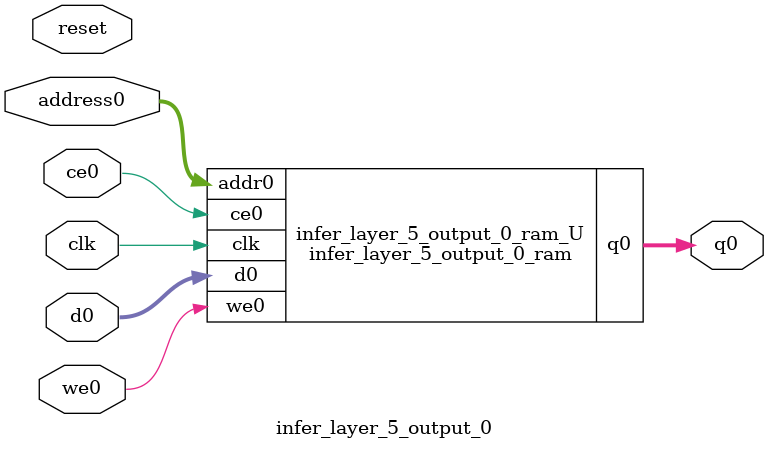
<source format=v>
`timescale 1 ns / 1 ps
module infer_layer_5_output_0_ram (addr0, ce0, d0, we0, q0,  clk);

parameter DWIDTH = 32;
parameter AWIDTH = 7;
parameter MEM_SIZE = 85;

input[AWIDTH-1:0] addr0;
input ce0;
input[DWIDTH-1:0] d0;
input we0;
output reg[DWIDTH-1:0] q0;
input clk;

reg [DWIDTH-1:0] ram[0:MEM_SIZE-1];




always @(posedge clk)  
begin 
    if (ce0) begin
        if (we0) 
            ram[addr0] <= d0; 
        q0 <= ram[addr0];
    end
end


endmodule

`timescale 1 ns / 1 ps
module infer_layer_5_output_0(
    reset,
    clk,
    address0,
    ce0,
    we0,
    d0,
    q0);

parameter DataWidth = 32'd32;
parameter AddressRange = 32'd85;
parameter AddressWidth = 32'd7;
input reset;
input clk;
input[AddressWidth - 1:0] address0;
input ce0;
input we0;
input[DataWidth - 1:0] d0;
output[DataWidth - 1:0] q0;



infer_layer_5_output_0_ram infer_layer_5_output_0_ram_U(
    .clk( clk ),
    .addr0( address0 ),
    .ce0( ce0 ),
    .we0( we0 ),
    .d0( d0 ),
    .q0( q0 ));

endmodule


</source>
